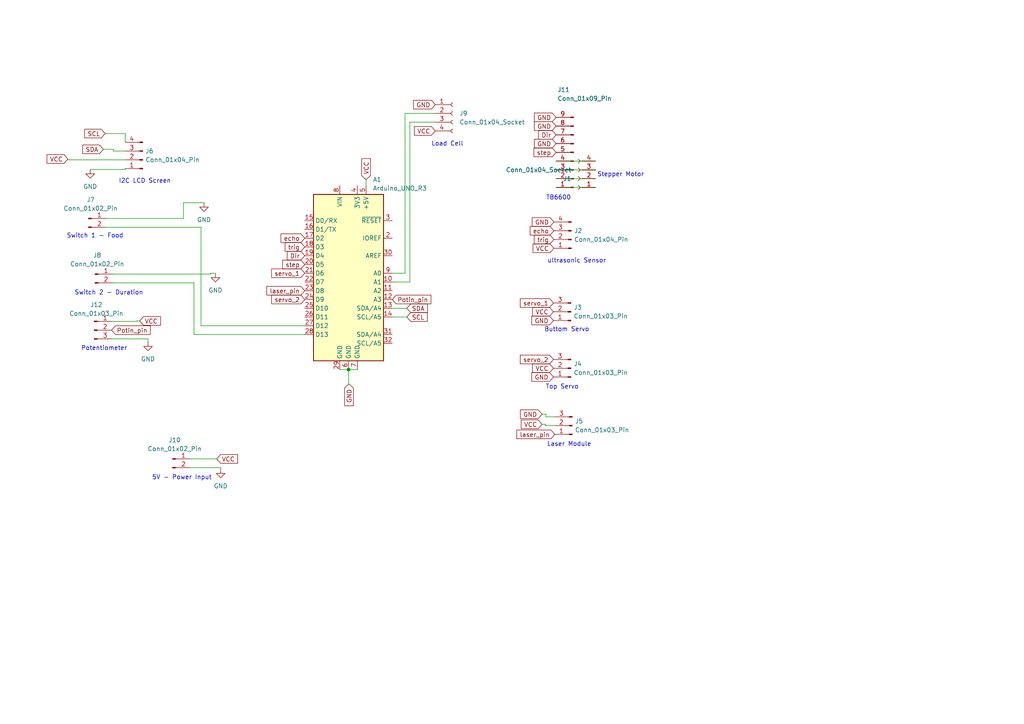
<source format=kicad_sch>
(kicad_sch (version 20230121) (generator eeschema)
  (paper "A4")
  (title_block (title "Automatic Pet Feeder Device PCB"))
  (lib_symbols
    (symbol "Connector:Conn_01x02_Pin" (pin_names (offset 1.016) hide)
      (property "Reference" "J" (at 0 2.54 0))
      (property "Value" "Conn_01x02_Pin" (at 0 -5.08 0))
      (symbol "Conn_01x02_Pin_1_1"
        (polyline (pts (xy 1.27 -2.54) (xy 0.8636 -2.54)) (stroke (width 0.1524)))
        (polyline (pts (xy 1.27 0) (xy 0.8636 0)) (stroke (width 0.1524)))
        (rectangle (start 0.8636 -2.413) (end 0 -2.667) (stroke (width 0.1524)) (fill (type outline)))
        (rectangle (start 0.8636 0.127) (end 0 -0.127) (stroke (width 0.1524)) (fill (type outline)))
        (pin passive line (at 5.08 0 180) (length 3.81) (name "Pin_1") (number "1"))
        (pin passive line (at 5.08 -2.54 180) (length 3.81) (name "Pin_2") (number "2"))
      )
    )
    (symbol "Connector:Conn_01x03_Pin" (pin_names (offset 1.016) hide)
      (property "Reference" "J" (at 0 5.08 0))
      (property "Value" "Conn_01x03_Pin" (at 0 -5.08 0))
      (symbol "Conn_01x03_Pin_1_1"
        (polyline (pts (xy 1.27 -2.54) (xy 0.8636 -2.54)) (stroke (width 0.1524)))
        (polyline (pts (xy 1.27 0) (xy 0.8636 0)) (stroke (width 0.1524)))
        (polyline (pts (xy 1.27 2.54) (xy 0.8636 2.54)) (stroke (width 0.1524)))
        (rectangle (start 0.8636 -2.413) (end 0 -2.667) (stroke (width 0.1524)) (fill (type outline)))
        (rectangle (start 0.8636 0.127) (end 0 -0.127) (stroke (width 0.1524)) (fill (type outline)))
        (rectangle (start 0.8636 2.667) (end 0 2.413) (stroke (width 0.1524)) (fill (type outline)))
        (pin passive line (at 5.08 2.54 180) (length 3.81) (name "Pin_1") (number "1"))
        (pin passive line (at 5.08 0 180) (length 3.81) (name "Pin_2") (number "2"))
        (pin passive line (at 5.08 -2.54 180) (length 3.81) (name "Pin_3") (number "3"))
      )
    )
    (symbol "Connector:Conn_01x04_Pin" (pin_names (offset 1.016) hide)
      (property "Reference" "J" (at 0 5.08 0))
      (property "Value" "Conn_01x04_Pin" (at 0 -7.62 0))
      (symbol "Conn_01x04_Pin_1_1"
        (polyline (pts (xy 1.27 -5.08) (xy 0.8636 -5.08)) (stroke (width 0.1524)))
        (polyline (pts (xy 1.27 -2.54) (xy 0.8636 -2.54)) (stroke (width 0.1524)))
        (polyline (pts (xy 1.27 0) (xy 0.8636 0)) (stroke (width 0.1524)))
        (polyline (pts (xy 1.27 2.54) (xy 0.8636 2.54)) (stroke (width 0.1524)))
        (rectangle (start 0.8636 -4.953) (end 0 -5.207) (stroke (width 0.1524)) (fill (type outline)))
        (rectangle (start 0.8636 -2.413) (end 0 -2.667) (stroke (width 0.1524)) (fill (type outline)))
        (rectangle (start 0.8636 0.127) (end 0 -0.127) (stroke (width 0.1524)) (fill (type outline)))
        (rectangle (start 0.8636 2.667) (end 0 2.413) (stroke (width 0.1524)) (fill (type outline)))
        (pin passive line (at 5.08 2.54 180) (length 3.81) (name "Pin_1") (number "1"))
        (pin passive line (at 5.08 0 180) (length 3.81) (name "Pin_2") (number "2"))
        (pin passive line (at 5.08 -2.54 180) (length 3.81) (name "Pin_3") (number "3"))
        (pin passive line (at 5.08 -5.08 180) (length 3.81) (name "Pin_4") (number "4"))
      )
    )
    (symbol "Connector:Conn_01x04_Socket" (pin_names (offset 1.016) hide)
      (property "Reference" "J" (at 0 5.08 0))
      (property "Value" "Conn_01x04_Socket" (at 0 -7.62 0))
      (symbol "Conn_01x04_Socket_1_1"
        (arc (start 0 -4.572) (mid -0.5058 -5.08) (end 0 -5.588) (stroke (width 0.1524)))
        (arc (start 0 -2.032) (mid -0.5058 -2.54) (end 0 -3.048) (stroke (width 0.1524)))
        (polyline (pts (xy -1.27 -5.08) (xy -0.508 -5.08)) (stroke (width 0.1524)))
        (polyline (pts (xy -1.27 -2.54) (xy -0.508 -2.54)) (stroke (width 0.1524)))
        (polyline (pts (xy -1.27 0) (xy -0.508 0)) (stroke (width 0.1524)))
        (polyline (pts (xy -1.27 2.54) (xy -0.508 2.54)) (stroke (width 0.1524)))
        (arc (start 0 0.508) (mid -0.5058 0) (end 0 -0.508) (stroke (width 0.1524)))
        (arc (start 0 3.048) (mid -0.5058 2.54) (end 0 2.032) (stroke (width 0.1524)))
        (pin passive line (at -5.08 2.54 0) (length 3.81) (name "Pin_1") (number "1"))
        (pin passive line (at -5.08 0 0) (length 3.81) (name "Pin_2") (number "2"))
        (pin passive line (at -5.08 -2.54 0) (length 3.81) (name "Pin_3") (number "3"))
        (pin passive line (at -5.08 -5.08 0) (length 3.81) (name "Pin_4") (number "4"))
      )
    )
    (symbol "Connector:Conn_01x09_Pin" (pin_names (offset 1.016) hide)
      (property "Reference" "J" (at 0 12.7 0))
      (property "Value" "Conn_01x09_Pin" (at 0 -12.7 0))
      (symbol "Conn_01x09_Pin_1_1"
        (polyline (pts (xy 1.27 -10.16) (xy 0.8636 -10.16)) (stroke (width 0.1524)))
        (polyline (pts (xy 1.27 -7.62) (xy 0.8636 -7.62)) (stroke (width 0.1524)))
        (polyline (pts (xy 1.27 -5.08) (xy 0.8636 -5.08)) (stroke (width 0.1524)))
        (polyline (pts (xy 1.27 -2.54) (xy 0.8636 -2.54)) (stroke (width 0.1524)))
        (polyline (pts (xy 1.27 0) (xy 0.8636 0)) (stroke (width 0.1524)))
        (polyline (pts (xy 1.27 2.54) (xy 0.8636 2.54)) (stroke (width 0.1524)))
        (polyline (pts (xy 1.27 5.08) (xy 0.8636 5.08)) (stroke (width 0.1524)))
        (polyline (pts (xy 1.27 7.62) (xy 0.8636 7.62)) (stroke (width 0.1524)))
        (polyline (pts (xy 1.27 10.16) (xy 0.8636 10.16)) (stroke (width 0.1524)))
        (rectangle (start 0.8636 -10.033) (end 0 -10.287) (stroke (width 0.1524)) (fill (type outline)))
        (rectangle (start 0.8636 -7.493) (end 0 -7.747) (stroke (width 0.1524)) (fill (type outline)))
        (rectangle (start 0.8636 -4.953) (end 0 -5.207) (stroke (width 0.1524)) (fill (type outline)))
        (rectangle (start 0.8636 -2.413) (end 0 -2.667) (stroke (width 0.1524)) (fill (type outline)))
        (rectangle (start 0.8636 0.127) (end 0 -0.127) (stroke (width 0.1524)) (fill (type outline)))
        (rectangle (start 0.8636 2.667) (end 0 2.413) (stroke (width 0.1524)) (fill (type outline)))
        (rectangle (start 0.8636 5.207) (end 0 4.953) (stroke (width 0.1524)) (fill (type outline)))
        (rectangle (start 0.8636 7.747) (end 0 7.493) (stroke (width 0.1524)) (fill (type outline)))
        (rectangle (start 0.8636 10.287) (end 0 10.033) (stroke (width 0.1524)) (fill (type outline)))
        (pin passive line (at 5.08 10.16 180) (length 3.81) (name "Pin_1") (number "1"))
        (pin passive line (at 5.08 7.62 180) (length 3.81) (name "Pin_2") (number "2"))
        (pin passive line (at 5.08 5.08 180) (length 3.81) (name "Pin_3") (number "3"))
        (pin passive line (at 5.08 2.54 180) (length 3.81) (name "Pin_4") (number "4"))
        (pin passive line (at 5.08 0 180) (length 3.81) (name "Pin_5") (number "5"))
        (pin passive line (at 5.08 -2.54 180) (length 3.81) (name "Pin_6") (number "6"))
        (pin passive line (at 5.08 -5.08 180) (length 3.81) (name "Pin_7") (number "7"))
        (pin passive line (at 5.08 -7.62 180) (length 3.81) (name "Pin_8") (number "8"))
        (pin passive line (at 5.08 -10.16 180) (length 3.81) (name "Pin_9") (number "9"))
      )
    )
    (symbol "MCU_Module:Arduino_UNO_R3"
      (property "Reference" "A" (at -10.16 23.495 0))
      (property "Value" "Arduino_UNO_R3" (at 5.08 -26.67 0))
      (symbol "Arduino_UNO_R3_0_1"
        (rectangle (start -10.16 22.86) (end 10.16 -25.4) (stroke (width 0.254)) (fill (type background)))
      )
      (symbol "Arduino_UNO_R3_1_1"
        (pin no_connect line (at -10.16 -20.32 0) (length 2.54) hide (name "NC") (number "1"))
        (pin bidirectional line (at 12.7 -2.54 180) (length 2.54) (name "A1") (number "10"))
        (pin bidirectional line (at 12.7 -5.08 180) (length 2.54) (name "A2") (number "11"))
        (pin bidirectional line (at 12.7 -7.62 180) (length 2.54) (name "A3") (number "12"))
        (pin bidirectional line (at 12.7 -10.16 180) (length 2.54) (name "SDA/A4") (number "13"))
        (pin bidirectional line (at 12.7 -12.7 180) (length 2.54) (name "SCL/A5") (number "14"))
        (pin bidirectional line (at -12.7 15.24 0) (length 2.54) (name "D0/RX") (number "15"))
        (pin bidirectional line (at -12.7 12.7 0) (length 2.54) (name "D1/TX") (number "16"))
        (pin bidirectional line (at -12.7 10.16 0) (length 2.54) (name "D2") (number "17"))
        (pin bidirectional line (at -12.7 7.62 0) (length 2.54) (name "D3") (number "18"))
        (pin bidirectional line (at -12.7 5.08 0) (length 2.54) (name "D4") (number "19"))
        (pin output line (at 12.7 10.16 180) (length 2.54) (name "IOREF") (number "2"))
        (pin bidirectional line (at -12.7 2.54 0) (length 2.54) (name "D5") (number "20"))
        (pin bidirectional line (at -12.7 0 0) (length 2.54) (name "D6") (number "21"))
        (pin bidirectional line (at -12.7 -2.54 0) (length 2.54) (name "D7") (number "22"))
        (pin bidirectional line (at -12.7 -5.08 0) (length 2.54) (name "D8") (number "23"))
        (pin bidirectional line (at -12.7 -7.62 0) (length 2.54) (name "D9") (number "24"))
        (pin bidirectional line (at -12.7 -10.16 0) (length 2.54) (name "D10") (number "25"))
        (pin bidirectional line (at -12.7 -12.7 0) (length 2.54) (name "D11") (number "26"))
        (pin bidirectional line (at -12.7 -15.24 0) (length 2.54) (name "D12") (number "27"))
        (pin bidirectional line (at -12.7 -17.78 0) (length 2.54) (name "D13") (number "28"))
        (pin power_in line (at -2.54 -27.94 90) (length 2.54) (name "GND") (number "29"))
        (pin input line (at 12.7 15.24 180) (length 2.54) (name "~{RESET}") (number "3"))
        (pin input line (at 12.7 5.08 180) (length 2.54) (name "AREF") (number "30"))
        (pin bidirectional line (at 12.7 -17.78 180) (length 2.54) (name "SDA/A4") (number "31"))
        (pin bidirectional line (at 12.7 -20.32 180) (length 2.54) (name "SCL/A5") (number "32"))
        (pin power_out line (at 2.54 25.4 270) (length 2.54) (name "3V3") (number "4"))
        (pin power_out line (at 5.08 25.4 270) (length 2.54) (name "+5V") (number "5"))
        (pin power_in line (at 0 -27.94 90) (length 2.54) (name "GND") (number "6"))
        (pin power_in line (at 2.54 -27.94 90) (length 2.54) (name "GND") (number "7"))
        (pin power_in line (at -2.54 25.4 270) (length 2.54) (name "VIN") (number "8"))
        (pin bidirectional line (at 12.7 0 180) (length 2.54) (name "A0") (number "9"))
      )
    )
    (symbol "power:GND" (power) (pin_names (offset 0))
      (property "Value" "GND" (at 0 -3.81 0))
      (symbol "GND_0_1"
        (polyline (pts (xy 0 0) (xy 0 -1.27) (xy 1.27 -1.27) (xy 0 -2.54) (xy -1.27 -1.27) (xy 0 -1.27)))
      )
      (symbol "GND_1_1"
        (pin power_in line (at 0 0 270) (length 0) hide (name "GND") (number "1"))
      )
    )
  )
  (junction (at 101.092 107.188))
  (wire (pts (xy 36.322 49.149) (xy 36.322 48.895)))
  (wire (pts (xy 56.261 97.028) (xy 88.392 97.028)))
  (wire (pts (xy 19.685 46.355) (xy 19.685 46.101)))
  (wire (pts (xy 160.909 120.904) (xy 158.369 120.904)))
  (wire (pts (xy 61.087 79.248) (xy 62.484 79.248)))
  (wire (pts (xy 32.639 79.502) (xy 61.087 79.502)))
  (wire (pts (xy 126.238 32.893) (xy 117.475 32.893)))
  (wire (pts (xy 118.872 35.433) (xy 118.872 81.788)))
  (wire (pts (xy 53.213 63.373) (xy 53.213 58.801)))
  (wire (pts (xy 126.238 35.433) (xy 118.872 35.433)))
  (wire (pts (xy 39.624 93.218) (xy 39.624 93.091)))
  (wire (pts (xy 53.213 58.801) (xy 59.182 58.801)))
  (wire (pts (xy 32.893 43.815) (xy 36.322 43.815)))
  (wire (pts (xy 88.392 94.488) (xy 58.293 94.488)))
  (wire (pts (xy 58.293 94.488) (xy 58.293 65.913)))
  (wire (pts (xy 36.322 46.355) (xy 19.685 46.355)))
  (wire (pts (xy 161.29 49.276) (xy 172.72 49.276)))
  (wire (pts (xy 30.734 63.373) (xy 53.213 63.373)))
  (wire (pts (xy 160.909 123.444) (xy 158.242 123.444)))
  (wire (pts (xy 158.242 123.444) (xy 158.242 123.063)))
  (wire (pts (xy 161.29 54.356) (xy 172.72 54.356)))
  (wire (pts (xy 117.475 79.248) (xy 113.792 79.248)))
  (wire (pts (xy 32.893 43.307) (xy 32.893 43.815)))
  (wire (pts (xy 56.261 82.042) (xy 56.261 97.028)))
  (wire (pts (xy 42.926 98.298) (xy 42.926 99.187)))
  (wire (pts (xy 98.552 107.188) (xy 101.092 107.188)))
  (wire (pts (xy 101.092 107.188) (xy 103.632 107.188)))
  (wire (pts (xy 55.118 133.096) (xy 62.865 133.096)))
  (wire (pts (xy 118.872 81.788) (xy 113.792 81.788)))
  (wire (pts (xy 161.29 51.816) (xy 172.72 51.816)))
  (wire (pts (xy 106.172 52.07) (xy 106.172 53.848)))
  (wire (pts (xy 61.087 79.502) (xy 61.087 79.248)))
  (wire (pts (xy 113.792 91.948) (xy 117.983 91.948)))
  (wire (pts (xy 58.293 65.913) (xy 30.734 65.913)))
  (wire (pts (xy 30.48 38.735) (xy 36.322 38.735)))
  (wire (pts (xy 117.475 32.893) (xy 117.475 79.248)))
  (wire (pts (xy 101.092 107.188) (xy 101.092 111.379)))
  (wire (pts (xy 101.092 111.379) (xy 101.219 111.379)))
  (wire (pts (xy 55.118 135.636) (xy 64.008 135.636)))
  (wire (pts (xy 36.322 38.735) (xy 36.322 41.275)))
  (wire (pts (xy 158.242 123.063) (xy 157.226 123.063)))
  (wire (pts (xy 158.369 120.904) (xy 158.369 120.142)))
  (wire (pts (xy 26.162 49.149) (xy 36.322 49.149)))
  (wire (pts (xy 161.29 46.736) (xy 172.72 46.736)))
  (wire (pts (xy 29.972 43.307) (xy 32.893 43.307)))
  (wire (pts (xy 158.369 120.142) (xy 157.226 120.142)))
  (wire (pts (xy 39.624 93.091) (xy 40.513 93.091)))
  (wire (pts (xy 32.385 98.298) (xy 42.926 98.298)))
  (wire (pts (xy 64.008 135.636) (xy 64.008 136.017)))
  (wire (pts (xy 113.792 89.408) (xy 117.983 89.408)))
  (wire (pts (xy 32.639 82.042) (xy 56.261 82.042)))
  (wire (pts (xy 32.385 93.218) (xy 39.624 93.218)))
  (text "Switch 2 - Duration" (at 21.59 85.725 0) (effects (font (size 1.27 1.27)) (justify left bottom)))
  (text "5V - Power Input" (at 44.069 139.319 0) (effects (font (size 1.27 1.27)) (justify left bottom)))
  (text "Laser Module" (at 158.623 129.667 0) (effects (font (size 1.27 1.27)) (justify left bottom)))
  (text "Buttom Servo" (at 157.861 96.393 0) (effects (font (size 1.27 1.27)) (justify left bottom)))
  (text "Top Servo" (at 158.242 113.03 0) (effects (font (size 1.27 1.27)) (justify left bottom)))
  (text "Load Cell" (at 125.095 42.545 0) (effects (font (size 1.27 1.27)) (justify left bottom)))
  (text "I2C LCD Screen" (at 34.417 53.34 0) (effects (font (size 1.27 1.27)) (justify left bottom)))
  (text "ultrasonic Sensor" (at 158.75 76.454 0) (effects (font (size 1.27 1.27)) (justify left bottom)))
  (text "TB6600" (at 158.369 58.166 0) (effects (font (size 1.27 1.27)) (justify left bottom)))
  (text "Potentiometer" (at 23.495 101.854 0) (effects (font (size 1.27 1.27)) (justify left bottom)))
  (text "Stepper Motor" (at 186.817 51.435 0) (effects (font (size 1.27 1.27)) (justify right bottom)))
  (text "Switch 1 - Food" (at 19.304 69.215 0) (effects (font (size 1.27 1.27)) (justify left bottom)))
  (global_label "VCC" (shape input) (at 40.513 93.091 0) (property "Intersheetrefs" "${INTERSHEET_REFS}" (effects hide)))
  (global_label "echo" (shape input) (at 160.655 66.929 180) (property "Intersheetrefs" "${INTERSHEET_REFS}" (effects hide)))
  (global_label "GND" (shape input) (at 161.29 34.036 180) (property "Intersheetrefs" "${INTERSHEET_REFS}" (effects hide)))
  (global_label "trig" (shape input) (at 160.655 69.469 180) (property "Intersheetrefs" "${INTERSHEET_REFS}" (effects hide)))
  (global_label "GND" (shape input) (at 160.528 92.964 180) (property "Intersheetrefs" "${INTERSHEET_REFS}" (effects hide)))
  (global_label "VCC" (shape input) (at 62.865 133.096 0) (property "Intersheetrefs" "${INTERSHEET_REFS}" (effects hide)))
  (global_label "step" (shape input) (at 161.29 44.196 180) (property "Intersheetrefs" "${INTERSHEET_REFS}" (effects hide)))
  (global_label "GND" (shape input) (at 160.528 109.347 180) (property "Intersheetrefs" "${INTERSHEET_REFS}" (effects hide)))
  (global_label "laser_pin" (shape input) (at 88.392 84.328 180) (property "Intersheetrefs" "${INTERSHEET_REFS}" (effects hide)))
  (global_label "servo_2" (shape input) (at 160.528 104.267 180) (property "Intersheetrefs" "${INTERSHEET_REFS}" (effects hide)))
  (global_label "Dir" (shape input) (at 88.392 74.168 180) (property "Intersheetrefs" "${INTERSHEET_REFS}" (effects hide)))
  (global_label "servo_2" (shape input) (at 88.392 86.868 180) (property "Intersheetrefs" "${INTERSHEET_REFS}" (effects hide)))
  (global_label "VCC" (shape input) (at 160.655 72.009 180) (property "Intersheetrefs" "${INTERSHEET_REFS}" (effects hide)))
  (global_label "VCC" (shape input) (at 126.238 37.973 180) (property "Intersheetrefs" "${INTERSHEET_REFS}" (effects hide)))
  (global_label "Potin_pin" (shape input) (at 32.385 95.758 0) (property "Intersheetrefs" "${INTERSHEET_REFS}" (effects hide)))
  (global_label "GND" (shape input) (at 160.655 64.389 180) (property "Intersheetrefs" "${INTERSHEET_REFS}" (effects hide)))
  (global_label "VCC" (shape input) (at 160.528 90.424 180) (property "Intersheetrefs" "${INTERSHEET_REFS}" (effects hide)))
  (global_label "step" (shape input) (at 88.392 76.708 180) (property "Intersheetrefs" "${INTERSHEET_REFS}" (effects hide)))
  (global_label "SCL" (shape input) (at 30.48 38.735 180) (property "Intersheetrefs" "${INTERSHEET_REFS}" (effects hide)))
  (global_label "Potin_pin" (shape input) (at 113.792 86.868 0) (property "Intersheetrefs" "${INTERSHEET_REFS}" (effects hide)))
  (global_label "GND" (shape input) (at 101.219 111.379 270) (property "Intersheetrefs" "${INTERSHEET_REFS}" (effects hide)))
  (global_label "VCC" (shape input) (at 19.685 46.101 180) (property "Intersheetrefs" "${INTERSHEET_REFS}" (effects hide)))
  (global_label "trig" (shape input) (at 88.392 71.628 180) (property "Intersheetrefs" "${INTERSHEET_REFS}" (effects hide)))
  (global_label "SCL" (shape input) (at 117.983 91.948 0) (property "Intersheetrefs" "${INTERSHEET_REFS}" (effects hide)))
  (global_label "servo_1" (shape input) (at 88.392 79.248 180) (property "Intersheetrefs" "${INTERSHEET_REFS}" (effects hide)))
  (global_label "GND" (shape input) (at 157.226 120.142 180) (property "Intersheetrefs" "${INTERSHEET_REFS}" (effects hide)))
  (global_label "GND" (shape input) (at 161.29 41.656 180) (property "Intersheetrefs" "${INTERSHEET_REFS}" (effects hide)))
  (global_label "VCC" (shape input) (at 157.226 123.063 180) (property "Intersheetrefs" "${INTERSHEET_REFS}" (effects hide)))
  (global_label "echo" (shape input) (at 88.392 69.088 180) (property "Intersheetrefs" "${INTERSHEET_REFS}" (effects hide)))
  (global_label "SDA" (shape input) (at 117.983 89.408 0) (property "Intersheetrefs" "${INTERSHEET_REFS}" (effects hide)))
  (global_label "VCC" (shape input) (at 106.172 52.07 90) (property "Intersheetrefs" "${INTERSHEET_REFS}" (effects hide)))
  (global_label "GND" (shape input) (at 161.29 36.576 180) (property "Intersheetrefs" "${INTERSHEET_REFS}" (effects hide)))
  (global_label "Dir" (shape input) (at 161.29 39.116 180) (property "Intersheetrefs" "${INTERSHEET_REFS}" (effects hide)))
  (global_label "GND" (shape input) (at 126.238 30.353 180) (property "Intersheetrefs" "${INTERSHEET_REFS}" (effects hide)))
  (global_label "SDA" (shape input) (at 29.972 43.307 180) (property "Intersheetrefs" "${INTERSHEET_REFS}" (effects hide)))
  (global_label "servo_1" (shape input) (at 160.528 87.884 180) (property "Intersheetrefs" "${INTERSHEET_REFS}" (effects hide)))
  (global_label "laser_pin" (shape input) (at 160.909 125.984 180) (property "Intersheetrefs" "${INTERSHEET_REFS}" (effects hide)))
  (global_label "VCC" (shape input) (at 160.528 106.807 180) (property "Intersheetrefs" "${INTERSHEET_REFS}" (effects hide)))
  (symbol (lib_id "Connector:Conn_01x02_Pin") (at 27.559 79.502 0) (unit 1)
    (property "Reference" "J8" (at 28.194 74.041 0))
    (property "Value" "Conn_01x02_Pin" (at 28.194 76.581 0))
    (property "Footprint" "TerminalBlock:TerminalBlock_bornier-2_P5.08mm" (effects hide))
  )
  (symbol (lib_id "Connector:Conn_01x04_Socket") (at 131.318 32.893 0) (unit 1)
    (property "Reference" "J9" (at 133.223 32.893 0) (effects (justify left)))
    (property "Value" "Conn_01x04_Socket" (at 133.223 35.433 0) (effects (justify left)))
    (property "Footprint" "Connector_PinHeader_2.54mm:PinHeader_1x04_P2.54mm_Vertical" (effects hide))
  )
  (symbol (lib_id "Connector:Conn_01x03_Pin") (at 27.305 95.758 0) (unit 1)
    (property "Reference" "J12" (at 27.94 88.392 0))
    (property "Value" "Conn_01x03_Pin" (at 27.94 90.932 0))
    (property "Footprint" "Connector_PinHeader_2.54mm:PinHeader_1x03_P2.54mm_Vertical" (effects hide))
  )
  (symbol (lib_id "Connector:Conn_01x04_Pin") (at 165.735 69.469 180) (unit 1)
    (property "Reference" "J2" (at 166.497 66.929 0) (effects (justify right)))
    (property "Value" "Conn_01x04_Pin" (at 166.497 69.469 0) (effects (justify right)))
    (property "Footprint" "Connector_PinHeader_2.54mm:PinHeader_1x04_P2.54mm_Vertical" (effects hide))
  )
  (symbol (lib_id "power:GND") (at 64.008 136.017 0) (unit 1)
    (property "Reference" "#PWR01" (effects hide))
    (property "Value" "GND" (at 64.008 140.97 0))
  )
  (symbol (lib_id "power:GND") (at 26.162 49.149 0) (unit 1)
    (property "Reference" "#PWR02" (effects hide))
    (property "Value" "GND" (at 26.162 54.102 0))
  )
  (symbol (lib_id "Connector:Conn_01x09_Pin") (at 166.37 44.196 180) (unit 1)
    (property "Reference" "J11" (at 161.671 26.035 0) (effects (justify right)))
    (property "Value" "Conn_01x09_Pin" (at 161.671 28.575 0) (effects (justify right)))
    (property "Footprint" "Connector_PinHeader_2.54mm:PinHeader_1x09_P2.54mm_Vertical" (effects hide))
  )
  (symbol (lib_id "Connector:Conn_01x02_Pin") (at 50.038 133.096 0) (unit 1)
    (property "Reference" "J10" (at 50.673 127.635 0))
    (property "Value" "Conn_01x02_Pin" (at 50.673 130.175 0))
    (property "Footprint" "TerminalBlock:TerminalBlock_bornier-2_P5.08mm" (effects hide))
  )
  (symbol (lib_id "power:GND") (at 42.926 99.187 0) (unit 1)
    (property "Reference" "#PWR05" (effects hide))
    (property "Value" "GND" (at 42.926 104.14 0))
  )
  (symbol (lib_id "Connector:Conn_01x03_Pin") (at 165.989 123.444 180) (unit 1)
    (property "Reference" "J5" (at 166.751 122.174 0) (effects (justify right)))
    (property "Value" "Conn_01x03_Pin" (at 166.751 124.714 0) (effects (justify right)))
    (property "Footprint" "Connector_PinHeader_2.54mm:PinHeader_1x03_P2.54mm_Vertical" (effects hide))
  )
  (symbol (lib_id "Connector:Conn_01x02_Pin") (at 25.654 63.373 0) (unit 1)
    (property "Reference" "J7" (at 26.289 57.912 0))
    (property "Value" "Conn_01x02_Pin" (at 26.289 60.452 0))
    (property "Footprint" "TerminalBlock:TerminalBlock_bornier-2_P5.08mm" (effects hide))
  )
  (symbol (lib_id "Connector:Conn_01x04_Socket") (at 167.64 51.816 180) (unit 1)
    (property "Reference" "J1" (at 165.735 51.816 0) (effects (justify left)))
    (property "Value" "Conn_01x04_Socket" (at 165.735 49.276 0) (effects (justify left)))
    (property "Footprint" "Connector_JST:JST_EH_B4B-EH-A_1x04_P2.50mm_Vertical" (effects hide))
  )
  (symbol (lib_id "Connector:Conn_01x04_Pin") (at 41.402 46.355 180) (unit 1)
    (property "Reference" "J6" (at 42.164 43.815 0) (effects (justify right)))
    (property "Value" "Conn_01x04_Pin" (at 42.164 46.355 0) (effects (justify right)))
    (property "Footprint" "Connector_PinHeader_2.54mm:PinHeader_1x04_P2.54mm_Vertical" (effects hide))
  )
  (symbol (lib_id "Connector:Conn_01x03_Pin") (at 165.608 90.424 180) (unit 1)
    (property "Reference" "J3" (at 166.37 89.154 0) (effects (justify right)))
    (property "Value" "Conn_01x03_Pin" (at 166.37 91.694 0) (effects (justify right)))
    (property "Footprint" "Connector_PinHeader_2.54mm:PinHeader_1x03_P2.54mm_Vertical" (effects hide))
  )
  (symbol (lib_id "MCU_Module:Arduino_UNO_R3") (at 101.092 79.248 0) (unit 1)
    (property "Reference" "A1" (at 108.1279 52.07 0) (effects (justify left)))
    (property "Value" "Arduino_UNO_R3" (at 108.1279 54.61 0) (effects (justify left)))
    (property "Footprint" "Module:Arduino_UNO_R3" (effects hide))
    (property "Datasheet" "https://www.arduino.cc/en/Main/arduinoBoardUno" (effects hide))
  )
  (symbol (lib_id "power:GND") (at 59.182 58.801 0) (unit 1)
    (property "Reference" "#PWR03" (effects hide))
    (property "Value" "GND" (at 59.182 63.754 0))
  )
  (symbol (lib_id "power:GND") (at 62.484 79.248 0) (unit 1)
    (property "Reference" "#PWR04" (effects hide))
    (property "Value" "GND" (at 62.484 84.201 0))
  )
  (symbol (lib_id "Connector:Conn_01x03_Pin") (at 165.608 106.807 180) (unit 1)
    (property "Reference" "J4" (at 166.37 105.537 0) (effects (justify right)))
    (property "Value" "Conn_01x03_Pin" (at 166.37 108.077 0) (effects (justify right)))
    (property "Footprint" "Connector_PinHeader_2.54mm:PinHeader_1x03_P2.54mm_Vertical" (effects hide))
  )
)
</source>
